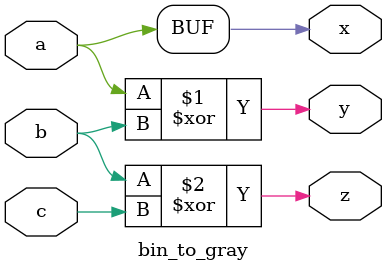
<source format=v>
`timescale 1ns / 1ps

module bin_to_gray(input a,b,c,output x,y,z );
     and(x,a);
     xor(y,a,b);
     xor(z,b,c);
endmodule

</source>
